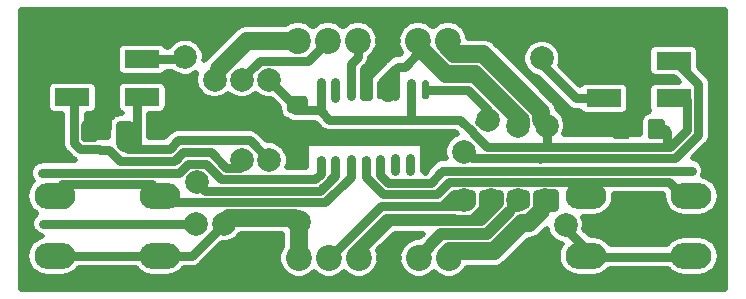
<source format=gbr>
%TF.GenerationSoftware,KiCad,Pcbnew,(5.1.6)-1*%
%TF.CreationDate,2025-01-27T19:57:42-05:00*%
%TF.ProjectId,test,74657374-2e6b-4696-9361-645f70636258,rev?*%
%TF.SameCoordinates,PX876bf80PY5f5e100*%
%TF.FileFunction,Copper,L1,Top*%
%TF.FilePolarity,Positive*%
%FSLAX46Y46*%
G04 Gerber Fmt 4.6, Leading zero omitted, Abs format (unit mm)*
G04 Created by KiCad (PCBNEW (5.1.6)-1) date 2025-01-27 19:57:42*
%MOMM*%
%LPD*%
G01*
G04 APERTURE LIST*
%TA.AperFunction,SMDPad,CuDef*%
%ADD10R,3.000000X1.500000*%
%TD*%
%TA.AperFunction,ComponentPad*%
%ADD11C,2.200000*%
%TD*%
%TA.AperFunction,ComponentPad*%
%ADD12O,3.470000X2.200000*%
%TD*%
%TA.AperFunction,ViaPad*%
%ADD13C,2.000000*%
%TD*%
%TA.AperFunction,ViaPad*%
%ADD14C,0.600000*%
%TD*%
%TA.AperFunction,Conductor*%
%ADD15C,0.800000*%
%TD*%
%TA.AperFunction,Conductor*%
%ADD16C,1.500000*%
%TD*%
%TA.AperFunction,Conductor*%
%ADD17C,2.000000*%
%TD*%
%TA.AperFunction,Conductor*%
%ADD18C,1.000000*%
%TD*%
%TA.AperFunction,Conductor*%
%ADD19C,0.400000*%
%TD*%
%TA.AperFunction,Conductor*%
%ADD20C,0.500000*%
%TD*%
G04 APERTURE END LIST*
%TO.P,C6,2*%
%TO.N,GND*%
%TA.AperFunction,SMDPad,CuDef*%
G36*
G01*
X23475000Y14025000D02*
X24725000Y14025000D01*
G75*
G02*
X24975000Y13775000I0J-250000D01*
G01*
X24975000Y12850000D01*
G75*
G02*
X24725000Y12600000I-250000J0D01*
G01*
X23475000Y12600000D01*
G75*
G02*
X23225000Y12850000I0J250000D01*
G01*
X23225000Y13775000D01*
G75*
G02*
X23475000Y14025000I250000J0D01*
G01*
G37*
%TD.AperFunction*%
%TO.P,C6,1*%
%TO.N,+5V*%
%TA.AperFunction,SMDPad,CuDef*%
G36*
G01*
X23475000Y17000000D02*
X24725000Y17000000D01*
G75*
G02*
X24975000Y16750000I0J-250000D01*
G01*
X24975000Y15825000D01*
G75*
G02*
X24725000Y15575000I-250000J0D01*
G01*
X23475000Y15575000D01*
G75*
G02*
X23225000Y15825000I0J250000D01*
G01*
X23225000Y16750000D01*
G75*
G02*
X23475000Y17000000I250000J0D01*
G01*
G37*
%TD.AperFunction*%
%TD*%
D10*
%TO.P,D3,3*%
%TO.N,GND*%
X5050000Y20100000D03*
%TO.P,D3,4*%
%TO.N,LED_DIN*%
X5050000Y16900000D03*
%TO.P,D3,2*%
%TO.N,Net-(D3-Pad2)*%
X10950000Y20100000D03*
%TO.P,D3,1*%
%TO.N,+5V*%
X10950000Y16900000D03*
%TD*%
%TO.P,D4,1*%
%TO.N,+5V*%
X55950000Y16800000D03*
%TO.P,D4,2*%
%TO.N,LED_DOUT*%
X55950000Y20000000D03*
%TO.P,D4,4*%
%TO.N,Net-(D3-Pad2)*%
X50050000Y16800000D03*
%TO.P,D4,3*%
%TO.N,GND*%
X50050000Y20000000D03*
%TD*%
D11*
%TO.P,J1,1*%
%TO.N,BTN_SENSE*%
X24150000Y21700000D03*
%TO.P,J1,2*%
%TO.N,LED_DIN*%
X26690000Y21700000D03*
%TO.P,J1,3*%
%TO.N,BTN_DIN*%
X29230000Y21700000D03*
%TO.P,J1,4*%
%TO.N,GND*%
X31770000Y21700000D03*
%TO.P,J1,5*%
%TO.N,BTN_CLK*%
X34310000Y21700000D03*
%TO.P,J1,6*%
%TO.N,+5V*%
X36850000Y21700000D03*
%TD*%
%TO.P,J2,6*%
%TO.N,+5V*%
X36950000Y3300000D03*
%TO.P,J2,5*%
%TO.N,BTN_CLK*%
X34410000Y3300000D03*
%TO.P,J2,4*%
%TO.N,GND*%
X31870000Y3300000D03*
%TO.P,J2,3*%
%TO.N,BTN_DOUT*%
X29330000Y3300000D03*
%TO.P,J2,2*%
%TO.N,LED_DOUT*%
X26790000Y3300000D03*
%TO.P,J2,1*%
%TO.N,BTN_SENSE*%
X24250000Y3300000D03*
%TD*%
%TO.P,C3,2*%
%TO.N,GND*%
%TA.AperFunction,SMDPad,CuDef*%
G36*
G01*
X7225000Y14625000D02*
X7225000Y13375000D01*
G75*
G02*
X6975000Y13125000I-250000J0D01*
G01*
X6050000Y13125000D01*
G75*
G02*
X5800000Y13375000I0J250000D01*
G01*
X5800000Y14625000D01*
G75*
G02*
X6050000Y14875000I250000J0D01*
G01*
X6975000Y14875000D01*
G75*
G02*
X7225000Y14625000I0J-250000D01*
G01*
G37*
%TD.AperFunction*%
%TO.P,C3,1*%
%TO.N,+5V*%
%TA.AperFunction,SMDPad,CuDef*%
G36*
G01*
X10200000Y14625000D02*
X10200000Y13375000D01*
G75*
G02*
X9950000Y13125000I-250000J0D01*
G01*
X9025000Y13125000D01*
G75*
G02*
X8775000Y13375000I0J250000D01*
G01*
X8775000Y14625000D01*
G75*
G02*
X9025000Y14875000I250000J0D01*
G01*
X9950000Y14875000D01*
G75*
G02*
X10200000Y14625000I0J-250000D01*
G01*
G37*
%TD.AperFunction*%
%TD*%
%TO.P,C4,2*%
%TO.N,GND*%
%TA.AperFunction,SMDPad,CuDef*%
G36*
G01*
X52225000Y14825000D02*
X52225000Y13575000D01*
G75*
G02*
X51975000Y13325000I-250000J0D01*
G01*
X51050000Y13325000D01*
G75*
G02*
X50800000Y13575000I0J250000D01*
G01*
X50800000Y14825000D01*
G75*
G02*
X51050000Y15075000I250000J0D01*
G01*
X51975000Y15075000D01*
G75*
G02*
X52225000Y14825000I0J-250000D01*
G01*
G37*
%TD.AperFunction*%
%TO.P,C4,1*%
%TO.N,+5V*%
%TA.AperFunction,SMDPad,CuDef*%
G36*
G01*
X55200000Y14825000D02*
X55200000Y13575000D01*
G75*
G02*
X54950000Y13325000I-250000J0D01*
G01*
X54025000Y13325000D01*
G75*
G02*
X53775000Y13575000I0J250000D01*
G01*
X53775000Y14825000D01*
G75*
G02*
X54025000Y15075000I250000J0D01*
G01*
X54950000Y15075000D01*
G75*
G02*
X55200000Y14825000I0J-250000D01*
G01*
G37*
%TD.AperFunction*%
%TD*%
D12*
%TO.P,SW3,2*%
%TO.N,BTN_SENSE*%
X12460000Y3460000D03*
%TO.P,SW3,1*%
%TO.N,Net-(SW3-Pad1)*%
X12460000Y8540000D03*
%TO.P,SW3,2*%
%TO.N,BTN_SENSE*%
X3540000Y3460000D03*
%TO.P,SW3,1*%
%TO.N,Net-(SW3-Pad1)*%
X3540000Y8540000D03*
%TD*%
%TO.P,SW4,1*%
%TO.N,Net-(SW4-Pad1)*%
X48540000Y8540000D03*
%TO.P,SW4,2*%
%TO.N,BTN_SENSE*%
X48540000Y3460000D03*
%TO.P,SW4,1*%
%TO.N,Net-(SW4-Pad1)*%
X57460000Y8540000D03*
%TO.P,SW4,2*%
%TO.N,BTN_SENSE*%
X57460000Y3460000D03*
%TD*%
%TO.P,U1,1*%
%TO.N,Net-(SW1-Pad1)*%
%TA.AperFunction,SMDPad,CuDef*%
G36*
G01*
X26192500Y10250000D02*
X25917500Y10250000D01*
G75*
G02*
X25780000Y10387500I0J137500D01*
G01*
X25780000Y11712500D01*
G75*
G02*
X25917500Y11850000I137500J0D01*
G01*
X26192500Y11850000D01*
G75*
G02*
X26330000Y11712500I0J-137500D01*
G01*
X26330000Y10387500D01*
G75*
G02*
X26192500Y10250000I-137500J0D01*
G01*
G37*
%TD.AperFunction*%
%TO.P,U1,2*%
%TO.N,Net-(SW2-Pad1)*%
%TA.AperFunction,SMDPad,CuDef*%
G36*
G01*
X27462500Y10250000D02*
X27187500Y10250000D01*
G75*
G02*
X27050000Y10387500I0J137500D01*
G01*
X27050000Y11712500D01*
G75*
G02*
X27187500Y11850000I137500J0D01*
G01*
X27462500Y11850000D01*
G75*
G02*
X27600000Y11712500I0J-137500D01*
G01*
X27600000Y10387500D01*
G75*
G02*
X27462500Y10250000I-137500J0D01*
G01*
G37*
%TD.AperFunction*%
%TO.P,U1,3*%
%TO.N,Net-(SW3-Pad1)*%
%TA.AperFunction,SMDPad,CuDef*%
G36*
G01*
X28732500Y10250000D02*
X28457500Y10250000D01*
G75*
G02*
X28320000Y10387500I0J137500D01*
G01*
X28320000Y11712500D01*
G75*
G02*
X28457500Y11850000I137500J0D01*
G01*
X28732500Y11850000D01*
G75*
G02*
X28870000Y11712500I0J-137500D01*
G01*
X28870000Y10387500D01*
G75*
G02*
X28732500Y10250000I-137500J0D01*
G01*
G37*
%TD.AperFunction*%
%TO.P,U1,4*%
%TO.N,Net-(SW4-Pad1)*%
%TA.AperFunction,SMDPad,CuDef*%
G36*
G01*
X30002500Y10250000D02*
X29727500Y10250000D01*
G75*
G02*
X29590000Y10387500I0J137500D01*
G01*
X29590000Y11712500D01*
G75*
G02*
X29727500Y11850000I137500J0D01*
G01*
X30002500Y11850000D01*
G75*
G02*
X30140000Y11712500I0J-137500D01*
G01*
X30140000Y10387500D01*
G75*
G02*
X30002500Y10250000I-137500J0D01*
G01*
G37*
%TD.AperFunction*%
%TO.P,U1,5*%
%TO.N,Net-(SW5-Pad1)*%
%TA.AperFunction,SMDPad,CuDef*%
G36*
G01*
X31272500Y10250000D02*
X30997500Y10250000D01*
G75*
G02*
X30860000Y10387500I0J137500D01*
G01*
X30860000Y11712500D01*
G75*
G02*
X30997500Y11850000I137500J0D01*
G01*
X31272500Y11850000D01*
G75*
G02*
X31410000Y11712500I0J-137500D01*
G01*
X31410000Y10387500D01*
G75*
G02*
X31272500Y10250000I-137500J0D01*
G01*
G37*
%TD.AperFunction*%
%TO.P,U1,6*%
%TO.N,Net-(U1-Pad6)*%
%TA.AperFunction,SMDPad,CuDef*%
G36*
G01*
X32542500Y10250000D02*
X32267500Y10250000D01*
G75*
G02*
X32130000Y10387500I0J137500D01*
G01*
X32130000Y11712500D01*
G75*
G02*
X32267500Y11850000I137500J0D01*
G01*
X32542500Y11850000D01*
G75*
G02*
X32680000Y11712500I0J-137500D01*
G01*
X32680000Y10387500D01*
G75*
G02*
X32542500Y10250000I-137500J0D01*
G01*
G37*
%TD.AperFunction*%
%TO.P,U1,7*%
%TO.N,Net-(U1-Pad7)*%
%TA.AperFunction,SMDPad,CuDef*%
G36*
G01*
X33812500Y10250000D02*
X33537500Y10250000D01*
G75*
G02*
X33400000Y10387500I0J137500D01*
G01*
X33400000Y11712500D01*
G75*
G02*
X33537500Y11850000I137500J0D01*
G01*
X33812500Y11850000D01*
G75*
G02*
X33950000Y11712500I0J-137500D01*
G01*
X33950000Y10387500D01*
G75*
G02*
X33812500Y10250000I-137500J0D01*
G01*
G37*
%TD.AperFunction*%
%TO.P,U1,8*%
%TO.N,GND*%
%TA.AperFunction,SMDPad,CuDef*%
G36*
G01*
X35082500Y10250000D02*
X34807500Y10250000D01*
G75*
G02*
X34670000Y10387500I0J137500D01*
G01*
X34670000Y11712500D01*
G75*
G02*
X34807500Y11850000I137500J0D01*
G01*
X35082500Y11850000D01*
G75*
G02*
X35220000Y11712500I0J-137500D01*
G01*
X35220000Y10387500D01*
G75*
G02*
X35082500Y10250000I-137500J0D01*
G01*
G37*
%TD.AperFunction*%
%TO.P,U1,9*%
%TO.N,BTN_DOUT*%
%TA.AperFunction,SMDPad,CuDef*%
G36*
G01*
X35082500Y16750000D02*
X34807500Y16750000D01*
G75*
G02*
X34670000Y16887500I0J137500D01*
G01*
X34670000Y18212500D01*
G75*
G02*
X34807500Y18350000I137500J0D01*
G01*
X35082500Y18350000D01*
G75*
G02*
X35220000Y18212500I0J-137500D01*
G01*
X35220000Y16887500D01*
G75*
G02*
X35082500Y16750000I-137500J0D01*
G01*
G37*
%TD.AperFunction*%
%TO.P,U1,10*%
%TO.N,+5V*%
%TA.AperFunction,SMDPad,CuDef*%
G36*
G01*
X33812500Y16750000D02*
X33537500Y16750000D01*
G75*
G02*
X33400000Y16887500I0J137500D01*
G01*
X33400000Y18212500D01*
G75*
G02*
X33537500Y18350000I137500J0D01*
G01*
X33812500Y18350000D01*
G75*
G02*
X33950000Y18212500I0J-137500D01*
G01*
X33950000Y16887500D01*
G75*
G02*
X33812500Y16750000I-137500J0D01*
G01*
G37*
%TD.AperFunction*%
%TO.P,U1,11*%
%TO.N,BTN_CLK*%
%TA.AperFunction,SMDPad,CuDef*%
G36*
G01*
X32542500Y16750000D02*
X32267500Y16750000D01*
G75*
G02*
X32130000Y16887500I0J137500D01*
G01*
X32130000Y18212500D01*
G75*
G02*
X32267500Y18350000I137500J0D01*
G01*
X32542500Y18350000D01*
G75*
G02*
X32680000Y18212500I0J-137500D01*
G01*
X32680000Y16887500D01*
G75*
G02*
X32542500Y16750000I-137500J0D01*
G01*
G37*
%TD.AperFunction*%
%TO.P,U1,12*%
%TA.AperFunction,SMDPad,CuDef*%
G36*
G01*
X31272500Y16750000D02*
X30997500Y16750000D01*
G75*
G02*
X30860000Y16887500I0J137500D01*
G01*
X30860000Y18212500D01*
G75*
G02*
X30997500Y18350000I137500J0D01*
G01*
X31272500Y18350000D01*
G75*
G02*
X31410000Y18212500I0J-137500D01*
G01*
X31410000Y16887500D01*
G75*
G02*
X31272500Y16750000I-137500J0D01*
G01*
G37*
%TD.AperFunction*%
%TO.P,U1,13*%
%TO.N,GND*%
%TA.AperFunction,SMDPad,CuDef*%
G36*
G01*
X30002500Y16750000D02*
X29727500Y16750000D01*
G75*
G02*
X29590000Y16887500I0J137500D01*
G01*
X29590000Y18212500D01*
G75*
G02*
X29727500Y18350000I137500J0D01*
G01*
X30002500Y18350000D01*
G75*
G02*
X30140000Y18212500I0J-137500D01*
G01*
X30140000Y16887500D01*
G75*
G02*
X30002500Y16750000I-137500J0D01*
G01*
G37*
%TD.AperFunction*%
%TO.P,U1,14*%
%TO.N,BTN_DIN*%
%TA.AperFunction,SMDPad,CuDef*%
G36*
G01*
X28732500Y16750000D02*
X28457500Y16750000D01*
G75*
G02*
X28320000Y16887500I0J137500D01*
G01*
X28320000Y18212500D01*
G75*
G02*
X28457500Y18350000I137500J0D01*
G01*
X28732500Y18350000D01*
G75*
G02*
X28870000Y18212500I0J-137500D01*
G01*
X28870000Y16887500D01*
G75*
G02*
X28732500Y16750000I-137500J0D01*
G01*
G37*
%TD.AperFunction*%
%TO.P,U1,15*%
%TO.N,Net-(U1-Pad15)*%
%TA.AperFunction,SMDPad,CuDef*%
G36*
G01*
X27462500Y16750000D02*
X27187500Y16750000D01*
G75*
G02*
X27050000Y16887500I0J137500D01*
G01*
X27050000Y18212500D01*
G75*
G02*
X27187500Y18350000I137500J0D01*
G01*
X27462500Y18350000D01*
G75*
G02*
X27600000Y18212500I0J-137500D01*
G01*
X27600000Y16887500D01*
G75*
G02*
X27462500Y16750000I-137500J0D01*
G01*
G37*
%TD.AperFunction*%
%TO.P,U1,16*%
%TO.N,+5V*%
%TA.AperFunction,SMDPad,CuDef*%
G36*
G01*
X26192500Y16750000D02*
X25917500Y16750000D01*
G75*
G02*
X25780000Y16887500I0J137500D01*
G01*
X25780000Y18212500D01*
G75*
G02*
X25917500Y18350000I137500J0D01*
G01*
X26192500Y18350000D01*
G75*
G02*
X26330000Y18212500I0J-137500D01*
G01*
X26330000Y16887500D01*
G75*
G02*
X26192500Y16750000I-137500J0D01*
G01*
G37*
%TD.AperFunction*%
%TD*%
D13*
%TO.N,+5V*%
X45200000Y14500000D03*
X45100000Y8200000D03*
X21700000Y11600000D03*
X21700000Y18400000D03*
%TO.N,LED_DOUT*%
X38200000Y12300000D03*
%TO.N,Net-(D3-Pad2)*%
X44800000Y20200000D03*
X14600000Y20300000D03*
%TO.N,Net-(SW2-Pad1)*%
X15600000Y9700000D03*
X15500000Y6200000D03*
D14*
%TO.N,Net-(SW5-Pad1)*%
X57500000Y10700000D03*
D13*
%TO.N,LED_DIN*%
X19400000Y18400000D03*
X19400000Y11600000D03*
%TO.N,LED_DOUT*%
X38200000Y8200000D03*
%TO.N,BTN_CLK*%
X42800000Y8200000D03*
X42800000Y14500000D03*
%TO.N,BTN_SENSE*%
X17900000Y6200000D03*
X46800000Y6100000D03*
X24200000Y6300000D03*
X17100000Y18400000D03*
%TO.N,BTN_DOUT*%
X40500000Y8200000D03*
X40200000Y15000000D03*
%TD*%
D15*
%TO.N,+5V*%
X26087500Y16687500D02*
X26100000Y16700000D01*
X23900000Y15787500D02*
X26087500Y15787500D01*
X26100000Y16700000D02*
X26100000Y18200000D01*
X26100000Y16700000D02*
X26100000Y15700000D01*
D16*
X36950000Y3400000D02*
X36950000Y3450000D01*
D15*
X48275010Y12724990D02*
X50624990Y12724990D01*
X50624990Y12724990D02*
X54424990Y12724990D01*
D17*
X36950000Y3300000D02*
X37000000Y3300000D01*
D15*
X55950000Y16800000D02*
X55950000Y16550000D01*
X55675010Y12724990D02*
X54424990Y12724990D01*
D16*
X36950000Y3300000D02*
X36950000Y3750000D01*
X36950000Y3750000D02*
X37049990Y3849990D01*
X37049990Y3849990D02*
X40716615Y3849990D01*
X40716615Y3849990D02*
X43116623Y6249999D01*
X43736001Y6249999D02*
X43116623Y6249999D01*
X44750001Y7263999D02*
X43736001Y6249999D01*
D15*
X45100000Y8400000D02*
X45449980Y8749980D01*
X45100000Y8200000D02*
X45100000Y8400000D01*
X45249980Y8800000D02*
X45800000Y8800000D01*
X45800000Y8749980D02*
X45800000Y7600000D01*
X45086002Y7600000D02*
X44750001Y7263999D01*
X45800000Y7600000D02*
X44886002Y7600000D01*
X45100000Y8200000D02*
X44500000Y8200000D01*
X44400000Y8700000D02*
X44400000Y7586002D01*
X45050020Y8749980D02*
X44400000Y8749980D01*
X45100000Y8200000D02*
X45100000Y8700000D01*
X45100000Y8700000D02*
X45050020Y8749980D01*
D16*
X36850000Y21700000D02*
X36850000Y21086620D01*
X44750001Y14949999D02*
X45200000Y14500000D01*
X44750001Y15616624D02*
X44750001Y14949999D01*
X39816615Y20550010D02*
X44750001Y15616624D01*
X36850000Y21086620D02*
X37386610Y20550010D01*
X37386610Y20550010D02*
X39816615Y20550010D01*
D15*
X40143012Y12724990D02*
X38968001Y13900001D01*
X40824990Y12724990D02*
X40143012Y12724990D01*
X40375010Y12724990D02*
X40824990Y12724990D01*
X10950000Y16900000D02*
X10950000Y16850000D01*
X10950000Y16850000D02*
X10500000Y16400000D01*
D16*
X9487500Y14000000D02*
X9487500Y13012500D01*
D15*
X45200000Y12749980D02*
X45224990Y12724990D01*
X45200000Y14500000D02*
X45200000Y12749980D01*
X40824990Y12724990D02*
X45224990Y12724990D01*
X45224990Y12724990D02*
X50624990Y12724990D01*
X38968001Y13900001D02*
X38968001Y13931999D01*
X38968001Y13931999D02*
X37900000Y15000000D01*
X26800000Y15000000D02*
X26100000Y15700000D01*
X33700000Y18100000D02*
X33700000Y15200000D01*
X37900000Y15000000D02*
X33500000Y15000000D01*
X33700000Y15200000D02*
X33500000Y15000000D01*
X33500000Y15000000D02*
X26800000Y15000000D01*
X10200000Y14000000D02*
X10500000Y13700000D01*
X9487500Y14000000D02*
X10200000Y14000000D01*
X10500000Y16400000D02*
X10500000Y13700000D01*
X10500000Y13700000D02*
X10500000Y12500000D01*
X9800000Y12500000D02*
X10500000Y12500000D01*
X9800000Y12500000D02*
X12177545Y12500000D01*
X55200000Y14200000D02*
X55400000Y14000000D01*
X54487500Y14200000D02*
X55200000Y14200000D01*
X55400000Y14000000D02*
X55400000Y12749980D01*
X12177545Y12500000D02*
X13277544Y12500000D01*
X14027565Y13250021D02*
X20049979Y13250021D01*
X20049979Y13250021D02*
X21700000Y11600000D01*
X13277544Y12500000D02*
X14027565Y13250021D01*
X23812500Y16287500D02*
X21700000Y18400000D01*
X24100000Y16287500D02*
X23812500Y16287500D01*
X55400000Y12749980D02*
X55700001Y12749980D01*
X55700001Y12749980D02*
X57049991Y14099970D01*
X57049991Y14099970D02*
X57049991Y16700000D01*
%TO.N,Net-(D3-Pad2)*%
X50050000Y16800000D02*
X47700000Y16800000D01*
X47700000Y16800000D02*
X44800000Y19700000D01*
X10950000Y20100000D02*
X13900000Y20100000D01*
X13900000Y20100000D02*
X14200000Y19800000D01*
X44800000Y19700000D02*
X44800000Y19700000D01*
X14200000Y19800000D02*
X14200000Y19800000D01*
%TO.N,Net-(SW1-Pad1)*%
X26100000Y10443517D02*
X26100000Y11600000D01*
X25606493Y9950010D02*
X26100000Y10443517D01*
X16344001Y11250001D02*
X17643992Y9950010D01*
X14855999Y11250001D02*
X16344001Y11250001D01*
X13049999Y10499980D02*
X14105978Y10499980D01*
X14105978Y10499980D02*
X14855999Y11250001D01*
X17643992Y9950010D02*
X25606493Y9950010D01*
X13049999Y10499980D02*
X2500020Y10499980D01*
%TO.N,Net-(SW2-Pad1)*%
X27325000Y10250000D02*
X26375000Y9300000D01*
X26300000Y9300000D02*
X26000000Y9000000D01*
X26375000Y9300000D02*
X26300000Y9300000D01*
X27325000Y11050000D02*
X27325000Y11575000D01*
X27325000Y11575000D02*
X27300000Y11600000D01*
X27300000Y11600000D02*
X27300000Y10300000D01*
X27300000Y10300000D02*
X26000000Y9000000D01*
X16300000Y9000000D02*
X15600000Y9700000D01*
X26000000Y9000000D02*
X16300000Y9000000D01*
X2600000Y6200000D02*
X15500000Y6200000D01*
%TO.N,Net-(SW3-Pad1)*%
X16449990Y8049990D02*
X12150010Y8049990D01*
X12150010Y8049990D02*
X11700000Y8500000D01*
X16449990Y8049990D02*
X26468507Y8049990D01*
X28600000Y10181483D02*
X28600000Y11700000D01*
X26468507Y8049990D02*
X28600000Y10181483D01*
X11810000Y8540000D02*
X11540000Y8540000D01*
X4400000Y7840009D02*
X4400000Y8300000D01*
X4400000Y8300000D02*
X4200000Y8500000D01*
X11810000Y9410000D02*
X11800000Y9420000D01*
X11810000Y8540000D02*
X11810000Y9410000D01*
X11800000Y9500000D02*
X11750030Y9549970D01*
X11800000Y9420000D02*
X11800000Y9500000D01*
X11750030Y9549970D02*
X4200000Y9549970D01*
X4200000Y9549970D02*
X4200000Y8700000D01*
X4200000Y8700000D02*
X4300000Y8600000D01*
%TO.N,Net-(SW4-Pad1)*%
X29900000Y10156483D02*
X31356502Y8699980D01*
X31356502Y8699980D02*
X35899980Y8699980D01*
X55600010Y9749990D02*
X56810000Y8540000D01*
X29900000Y11600000D02*
X29900000Y10156483D01*
X35899980Y8699980D02*
X36949990Y9749990D01*
X49190000Y9610000D02*
X49050010Y9749990D01*
X49190000Y8540000D02*
X49190000Y9610000D01*
X36949990Y9749990D02*
X49050010Y9749990D01*
X49050010Y9749990D02*
X55600010Y9749990D01*
%TO.N,Net-(SW5-Pad1)*%
X35387988Y9649990D02*
X31750010Y9649990D01*
X36268999Y10531001D02*
X35387988Y9649990D01*
X36437998Y10700000D02*
X36268999Y10531001D01*
X31750010Y9649990D02*
X31100000Y10300000D01*
X31100000Y10300000D02*
X31100000Y11700000D01*
X57500000Y10700000D02*
X36437998Y10700000D01*
%TO.N,Net-(U1-Pad6)*%
X32405000Y11050000D02*
X32405000Y11795000D01*
X32405000Y11795000D02*
X32400000Y11800000D01*
X32405000Y11050000D02*
X32405000Y10650000D01*
X32405000Y10650000D02*
X32400000Y10650000D01*
%TO.N,Net-(U1-Pad7)*%
X33675000Y11050000D02*
X33675000Y11725000D01*
X33675000Y11050000D02*
X33675000Y10650000D01*
%TO.N,Net-(U1-Pad15)*%
X27325000Y17550000D02*
X27325000Y18175000D01*
X27325000Y17550000D02*
X27325000Y16825000D01*
%TO.N,LED_DIN*%
X26690000Y21700000D02*
X26666002Y21700000D01*
X19300000Y18700000D02*
X19300000Y18700000D01*
X16758218Y12250011D02*
X18058209Y10950020D01*
X13791772Y11600000D02*
X14441782Y12250011D01*
X14441782Y12250011D02*
X16758218Y12250011D01*
X18058209Y10950020D02*
X19200000Y10950020D01*
X19200000Y11400000D02*
X19400000Y11600000D01*
X19200000Y10950020D02*
X19200000Y11400000D01*
X13855989Y11664218D02*
X14441782Y12250011D01*
X13691761Y11499990D02*
X13855989Y11664218D01*
X20899999Y19999999D02*
X19400000Y18500000D01*
X26690000Y21700000D02*
X24989999Y19999999D01*
X24989999Y19999999D02*
X20899999Y19999999D01*
X9090808Y11499990D02*
X8137490Y12453308D01*
X13691761Y11499990D02*
X9090808Y11499990D01*
X7275010Y12524990D02*
X5697912Y12524990D01*
X8137490Y12453308D02*
X7346692Y12453308D01*
X7346692Y12453308D02*
X7275010Y12524990D01*
X5199990Y13022912D02*
X5199990Y16399990D01*
X5697912Y12524990D02*
X5199990Y13022912D01*
X5199990Y16399990D02*
X5200000Y16400000D01*
%TO.N,LED_DOUT*%
X44624980Y11724980D02*
X44600010Y11700010D01*
X44724980Y11724980D02*
X44624980Y11724980D01*
X38875020Y11724980D02*
X38200000Y12400000D01*
X44724980Y11724980D02*
X38875020Y11724980D01*
X31189970Y7699970D02*
X31500030Y7699970D01*
X26790000Y3300000D02*
X31189970Y7699970D01*
X31189970Y7699970D02*
X36314197Y7699970D01*
X38200000Y8200000D02*
X38200000Y8000000D01*
X37899970Y7699970D02*
X36314197Y7699970D01*
X38200000Y8000000D02*
X37899970Y7699970D01*
X36314197Y7699970D02*
X36899990Y8285764D01*
X36899990Y8285764D02*
X37364206Y8749980D01*
X37364206Y8749980D02*
X38799991Y8749980D01*
X36314197Y7699970D02*
X38585744Y7699970D01*
X38585744Y7699970D02*
X38799991Y7914217D01*
X38799991Y7914217D02*
X38799991Y8500000D01*
X58050001Y13685754D02*
X56089227Y11724980D01*
X58050001Y18030001D02*
X58050001Y13685754D01*
X56089227Y11724980D02*
X44724980Y11724980D01*
X55950000Y20000000D02*
X56080002Y20000000D01*
X56080002Y20000000D02*
X58050001Y18030001D01*
%TO.N,BTN_DIN*%
X29230000Y21700000D02*
X29230000Y20330000D01*
X29230000Y20330000D02*
X28600000Y19700000D01*
X28600000Y19700000D02*
X28600000Y17000000D01*
D18*
%TO.N,BTN_CLK*%
X34310000Y21700000D02*
X34310000Y21575998D01*
X36285998Y5300000D02*
X40116002Y5300000D01*
X34400000Y3414002D02*
X36285998Y5300000D01*
X34400000Y3400000D02*
X34400000Y3414002D01*
D15*
X42200009Y7384007D02*
X42008001Y7191999D01*
D18*
X40116002Y5300000D02*
X42008001Y7191999D01*
D15*
X42800000Y8600000D02*
X42949980Y8749980D01*
X42800000Y8200000D02*
X42800000Y8600000D01*
X42800000Y8600000D02*
X42650020Y8749980D01*
X42650020Y8749980D02*
X42200009Y8749980D01*
X42200009Y8749980D02*
X42200009Y7700000D01*
X43249980Y8749980D02*
X43399991Y8749980D01*
X43399991Y8749980D02*
X43399991Y7900000D01*
X42800000Y8200000D02*
X42800000Y8300000D01*
X42800000Y8300000D02*
X43249980Y8749980D01*
X34310000Y21700000D02*
X34310000Y20610000D01*
X34310000Y20610000D02*
X33200000Y19500000D01*
X33200000Y19500000D02*
X32600000Y19500000D01*
D19*
X32405000Y17550000D02*
X31650000Y17550000D01*
X31135000Y17550000D02*
X31650000Y17550000D01*
X31650000Y17550000D02*
X32250000Y17550000D01*
D16*
X34310000Y21222443D02*
X36682443Y18850000D01*
X34310000Y21700000D02*
X34310000Y21222443D01*
X43000000Y14800000D02*
X43000000Y14962449D01*
X42800000Y14500000D02*
X42800000Y14600000D01*
X42800000Y14600000D02*
X43000000Y14800000D01*
X43000000Y14962449D02*
X39112449Y18850000D01*
X39112449Y18850000D02*
X36682443Y18850000D01*
X31800000Y17900000D02*
X31800000Y17300000D01*
D15*
X31800000Y17900000D02*
X31800000Y17100000D01*
X31800000Y18700000D02*
X31800000Y17900000D01*
X31800000Y18700000D02*
X31300000Y18200000D01*
X32405000Y17550000D02*
X32405000Y19095000D01*
X32600000Y19500000D02*
X32300000Y19200000D01*
X32405000Y19095000D02*
X32300000Y19200000D01*
X32300000Y19200000D02*
X31800000Y18700000D01*
X32405000Y17550000D02*
X32405000Y16995000D01*
%TO.N,BTN_SENSE*%
X4100000Y3400000D02*
X4300000Y3200000D01*
X56900000Y3400000D02*
X50200000Y3400000D01*
X50200000Y3400000D02*
X49100000Y3400000D01*
X4085774Y3300000D02*
X4100000Y3300000D01*
X11810000Y3460000D02*
X4260000Y3460000D01*
X49190000Y3460000D02*
X47200000Y5450000D01*
X47200000Y5450000D02*
X47200000Y6300000D01*
X47200000Y6300000D02*
X47200000Y6300000D01*
X24150000Y21700000D02*
X23900000Y21700000D01*
D18*
X24250000Y6250000D02*
X24200000Y6300000D01*
D15*
X24150000Y21700000D02*
X24150000Y21250000D01*
X24150000Y21250000D02*
X23900009Y21000009D01*
D16*
X19813998Y21700000D02*
X17449999Y19336001D01*
X24150000Y21700000D02*
X19813998Y21700000D01*
X17900000Y6300000D02*
X18299980Y6699980D01*
X17900000Y6200000D02*
X17900000Y6300000D01*
X23800020Y6699980D02*
X24200000Y6300000D01*
X18299980Y6699980D02*
X23800020Y6699980D01*
X24200000Y6300000D02*
X24200000Y3300000D01*
D15*
X15160000Y3460000D02*
X14740000Y3460000D01*
X17900000Y6200000D02*
X15160000Y3460000D01*
X11810000Y3460000D02*
X14740000Y3460000D01*
%TO.N,BTN_DOUT*%
X40500000Y8200000D02*
X40500000Y7239646D01*
X39660364Y6400010D02*
X31900010Y6400010D01*
X40500000Y7239646D02*
X39660364Y6400010D01*
X31900010Y6400010D02*
X29500000Y4000000D01*
X29330000Y3470000D02*
X29330000Y3300000D01*
X39800001Y8749980D02*
X39800001Y7500001D01*
X40250020Y8749980D02*
X39800001Y8749980D01*
X37332038Y6699960D02*
X31604186Y6699960D01*
X40500000Y8500000D02*
X40250020Y8749980D01*
X40500000Y8200000D02*
X40500000Y8500000D01*
X37431999Y6599999D02*
X37332038Y6699960D01*
X38899999Y6599999D02*
X37431999Y6599999D01*
X31604186Y6699960D02*
X28900000Y3995774D01*
X39800001Y7500001D02*
X38899999Y6599999D01*
X28900000Y3995774D02*
X28900000Y3900000D01*
X28900000Y3900000D02*
X29330000Y3470000D01*
X40500000Y8600000D02*
X40649980Y8749980D01*
X40500000Y8200000D02*
X40500000Y8600000D01*
X40649980Y8749980D02*
X41199999Y8749980D01*
X41199999Y8749980D02*
X41199999Y7939645D01*
X41199999Y7939645D02*
X40330177Y7069823D01*
X39900000Y14800000D02*
X40500000Y14800000D01*
X40500000Y14800000D02*
X39514227Y14800000D01*
X35095000Y17500000D02*
X35900000Y17500000D01*
X36123251Y17499990D02*
X38553257Y17499990D01*
X40200000Y15853247D02*
X40200000Y15000000D01*
X38553257Y17499990D02*
X40200000Y15853247D01*
%TD*%
D20*
%TO.N,GND*%
G36*
X60325000Y675000D02*
G01*
X675000Y675000D01*
X675000Y8540000D01*
X1146533Y8540000D01*
X1180321Y8196940D01*
X1280388Y7867064D01*
X1442888Y7563048D01*
X1661576Y7296576D01*
X1928048Y7077888D01*
X1980454Y7049877D01*
X1853946Y6946054D01*
X1722733Y6786171D01*
X1625233Y6603762D01*
X1565193Y6405836D01*
X1544920Y6200000D01*
X1565193Y5994164D01*
X1625233Y5796238D01*
X1722733Y5613829D01*
X1853946Y5453946D01*
X2013829Y5322733D01*
X2196238Y5225233D01*
X2394164Y5165193D01*
X2472326Y5157495D01*
X2232064Y5084612D01*
X1928048Y4922112D01*
X1661576Y4703424D01*
X1442888Y4436952D01*
X1280388Y4132936D01*
X1180321Y3803060D01*
X1146533Y3460000D01*
X1180321Y3116940D01*
X1280388Y2787064D01*
X1442888Y2483048D01*
X1661576Y2216576D01*
X1928048Y1997888D01*
X2232064Y1835388D01*
X2561940Y1735321D01*
X2819032Y1710000D01*
X4260968Y1710000D01*
X4518060Y1735321D01*
X4847936Y1835388D01*
X5151952Y1997888D01*
X5418424Y2216576D01*
X5577163Y2410000D01*
X10422837Y2410000D01*
X10581576Y2216576D01*
X10848048Y1997888D01*
X11152064Y1835388D01*
X11481940Y1735321D01*
X11739032Y1710000D01*
X13180968Y1710000D01*
X13438060Y1735321D01*
X13767936Y1835388D01*
X14071952Y1997888D01*
X14338424Y2216576D01*
X14497163Y2410000D01*
X15108432Y2410000D01*
X15160000Y2404921D01*
X15211568Y2410000D01*
X15211578Y2410000D01*
X15365836Y2425193D01*
X15563762Y2485233D01*
X15746171Y2582733D01*
X15906054Y2713946D01*
X15938937Y2754014D01*
X17735350Y4550426D01*
X17737489Y4550000D01*
X18062511Y4550000D01*
X18381287Y4613408D01*
X18681568Y4737789D01*
X18951814Y4918361D01*
X19181639Y5148186D01*
X19283064Y5299980D01*
X22800000Y5299980D01*
X22800001Y4279840D01*
X22699170Y4128936D01*
X22567251Y3810456D01*
X22500000Y3472360D01*
X22500000Y3127640D01*
X22567251Y2789544D01*
X22699170Y2471064D01*
X22890686Y2184440D01*
X23134440Y1940686D01*
X23421064Y1749170D01*
X23739544Y1617251D01*
X24077640Y1550000D01*
X24422360Y1550000D01*
X24760456Y1617251D01*
X25078936Y1749170D01*
X25365560Y1940686D01*
X25520000Y2095126D01*
X25674440Y1940686D01*
X25961064Y1749170D01*
X26279544Y1617251D01*
X26617640Y1550000D01*
X26962360Y1550000D01*
X27300456Y1617251D01*
X27618936Y1749170D01*
X27905560Y1940686D01*
X28060000Y2095126D01*
X28214440Y1940686D01*
X28501064Y1749170D01*
X28819544Y1617251D01*
X29157640Y1550000D01*
X29502360Y1550000D01*
X29840456Y1617251D01*
X30158936Y1749170D01*
X30445560Y1940686D01*
X30689314Y2184440D01*
X30880830Y2471064D01*
X31012749Y2789544D01*
X31080000Y3127640D01*
X31080000Y3472360D01*
X31012749Y3810456D01*
X30949083Y3964159D01*
X32334934Y5350010D01*
X34709663Y5350010D01*
X34409654Y5050000D01*
X34237640Y5050000D01*
X33899544Y4982749D01*
X33581064Y4850830D01*
X33294440Y4659314D01*
X33050686Y4415560D01*
X32859170Y4128936D01*
X32727251Y3810456D01*
X32660000Y3472360D01*
X32660000Y3127640D01*
X32727251Y2789544D01*
X32859170Y2471064D01*
X33050686Y2184440D01*
X33294440Y1940686D01*
X33581064Y1749170D01*
X33899544Y1617251D01*
X34237640Y1550000D01*
X34582360Y1550000D01*
X34920456Y1617251D01*
X35238936Y1749170D01*
X35525560Y1940686D01*
X35680000Y2095126D01*
X35834440Y1940686D01*
X36121064Y1749170D01*
X36439544Y1617251D01*
X36777640Y1550000D01*
X37122360Y1550000D01*
X37460456Y1617251D01*
X37778936Y1749170D01*
X38065560Y1940686D01*
X38309314Y2184440D01*
X38486749Y2449990D01*
X40647846Y2449990D01*
X40716615Y2443217D01*
X40785384Y2449990D01*
X40785392Y2449990D01*
X40991063Y2470247D01*
X41254964Y2550300D01*
X41498177Y2680300D01*
X41711354Y2855251D01*
X41755199Y2908676D01*
X43693896Y4847373D01*
X43736001Y4843226D01*
X43804770Y4849999D01*
X43804778Y4849999D01*
X44010449Y4870256D01*
X44274350Y4950309D01*
X44517563Y5080309D01*
X44730740Y5255260D01*
X44774585Y5308685D01*
X45192040Y5726139D01*
X45213408Y5618713D01*
X45337789Y5318432D01*
X45518361Y5048186D01*
X45748186Y4818361D01*
X46018432Y4637789D01*
X46318713Y4513408D01*
X46479403Y4481445D01*
X46442888Y4436952D01*
X46280388Y4132936D01*
X46180321Y3803060D01*
X46146533Y3460000D01*
X46180321Y3116940D01*
X46280388Y2787064D01*
X46442888Y2483048D01*
X46661576Y2216576D01*
X46928048Y1997888D01*
X47232064Y1835388D01*
X47561940Y1735321D01*
X47819032Y1710000D01*
X49260968Y1710000D01*
X49518060Y1735321D01*
X49847936Y1835388D01*
X50151952Y1997888D01*
X50418424Y2216576D01*
X50527922Y2350000D01*
X55472078Y2350000D01*
X55581576Y2216576D01*
X55848048Y1997888D01*
X56152064Y1835388D01*
X56481940Y1735321D01*
X56739032Y1710000D01*
X58180968Y1710000D01*
X58438060Y1735321D01*
X58767936Y1835388D01*
X59071952Y1997888D01*
X59338424Y2216576D01*
X59557112Y2483048D01*
X59719612Y2787064D01*
X59819679Y3116940D01*
X59853467Y3460000D01*
X59819679Y3803060D01*
X59719612Y4132936D01*
X59557112Y4436952D01*
X59338424Y4703424D01*
X59071952Y4922112D01*
X58767936Y5084612D01*
X58438060Y5184679D01*
X58180968Y5210000D01*
X56739032Y5210000D01*
X56481940Y5184679D01*
X56152064Y5084612D01*
X55848048Y4922112D01*
X55581576Y4703424D01*
X55373596Y4450000D01*
X50626404Y4450000D01*
X50418424Y4703424D01*
X50151952Y4922112D01*
X49847936Y5084612D01*
X49518060Y5184679D01*
X49260968Y5210000D01*
X48924923Y5210000D01*
X48408097Y5726826D01*
X48450000Y5937489D01*
X48450000Y6262511D01*
X48386592Y6581287D01*
X48300140Y6790000D01*
X49260968Y6790000D01*
X49518060Y6815321D01*
X49847936Y6915388D01*
X50151952Y7077888D01*
X50418424Y7296576D01*
X50637112Y7563048D01*
X50799612Y7867064D01*
X50899679Y8196940D01*
X50933467Y8540000D01*
X50917710Y8699990D01*
X55082290Y8699990D01*
X55066533Y8540000D01*
X55100321Y8196940D01*
X55200388Y7867064D01*
X55362888Y7563048D01*
X55581576Y7296576D01*
X55848048Y7077888D01*
X56152064Y6915388D01*
X56481940Y6815321D01*
X56739032Y6790000D01*
X58180968Y6790000D01*
X58438060Y6815321D01*
X58767936Y6915388D01*
X59071952Y7077888D01*
X59338424Y7296576D01*
X59557112Y7563048D01*
X59719612Y7867064D01*
X59819679Y8196940D01*
X59853467Y8540000D01*
X59819679Y8883060D01*
X59719612Y9212936D01*
X59557112Y9516952D01*
X59338424Y9783424D01*
X59071952Y10002112D01*
X58767936Y10164612D01*
X58455130Y10259501D01*
X58474767Y10296238D01*
X58534807Y10494164D01*
X58555080Y10700000D01*
X58534807Y10905836D01*
X58474767Y11103762D01*
X58377267Y11286171D01*
X58246054Y11446054D01*
X58086171Y11577267D01*
X57903762Y11674767D01*
X57705836Y11734807D01*
X57594904Y11745733D01*
X58755997Y12906825D01*
X58796055Y12939700D01*
X58828929Y12979757D01*
X58828934Y12979762D01*
X58927267Y13099582D01*
X58933457Y13111161D01*
X59024768Y13281992D01*
X59084808Y13479918D01*
X59100001Y13634176D01*
X59100001Y13634185D01*
X59105080Y13685753D01*
X59100001Y13737321D01*
X59100001Y17978434D01*
X59105080Y18030002D01*
X59100001Y18081570D01*
X59100001Y18081579D01*
X59084808Y18235837D01*
X59024768Y18433763D01*
X58927268Y18616172D01*
X58902744Y18646054D01*
X58828934Y18735993D01*
X58828929Y18735998D01*
X58796055Y18776055D01*
X58755997Y18808930D01*
X58103145Y19461781D01*
X58103145Y20750000D01*
X58090595Y20877422D01*
X58053427Y20999948D01*
X57993070Y21112868D01*
X57911843Y21211843D01*
X57812868Y21293070D01*
X57699948Y21353427D01*
X57577422Y21390595D01*
X57450000Y21403145D01*
X54450000Y21403145D01*
X54322578Y21390595D01*
X54200052Y21353427D01*
X54087132Y21293070D01*
X53988157Y21211843D01*
X53906930Y21112868D01*
X53846573Y20999948D01*
X53809405Y20877422D01*
X53796855Y20750000D01*
X53796855Y19250000D01*
X53809405Y19122578D01*
X53846573Y19000052D01*
X53906930Y18887132D01*
X53988157Y18788157D01*
X54087132Y18706930D01*
X54200052Y18646573D01*
X54322578Y18609405D01*
X54450000Y18596855D01*
X55998223Y18596855D01*
X56391933Y18203145D01*
X54450000Y18203145D01*
X54322578Y18190595D01*
X54200052Y18153427D01*
X54087132Y18093070D01*
X53988157Y18011843D01*
X53906930Y17912868D01*
X53846573Y17799948D01*
X53809405Y17677422D01*
X53796855Y17550000D01*
X53796855Y16050000D01*
X53809405Y15922578D01*
X53846573Y15800052D01*
X53892009Y15715046D01*
X53848805Y15710791D01*
X53679381Y15659397D01*
X53523240Y15575938D01*
X53386380Y15463620D01*
X53274062Y15326760D01*
X53190603Y15170619D01*
X53139209Y15001195D01*
X53121855Y14825000D01*
X53121855Y13774990D01*
X46685638Y13774990D01*
X46786592Y14018713D01*
X46850000Y14337489D01*
X46850000Y14662511D01*
X46786592Y14981287D01*
X46662211Y15281568D01*
X46481639Y15551814D01*
X46251814Y15781639D01*
X46132682Y15861240D01*
X46129744Y15891072D01*
X46125573Y15904824D01*
X46094646Y16006774D01*
X46049691Y16154973D01*
X45919691Y16398186D01*
X45851181Y16481665D01*
X45788582Y16557942D01*
X45788577Y16557947D01*
X45744739Y16611363D01*
X45691325Y16655199D01*
X41984013Y20362511D01*
X43150000Y20362511D01*
X43150000Y20037489D01*
X43213408Y19718713D01*
X43337789Y19418432D01*
X43518361Y19148186D01*
X43748186Y18918361D01*
X44018432Y18737789D01*
X44318713Y18613408D01*
X44422267Y18592810D01*
X46921072Y16094003D01*
X46953946Y16053946D01*
X46994003Y16021072D01*
X46994008Y16021067D01*
X47085412Y15946054D01*
X47113829Y15922733D01*
X47296238Y15825233D01*
X47494164Y15765193D01*
X47648422Y15750000D01*
X47648431Y15750000D01*
X47699999Y15744921D01*
X47751567Y15750000D01*
X47973326Y15750000D01*
X48006930Y15687132D01*
X48088157Y15588157D01*
X48187132Y15506930D01*
X48300052Y15446573D01*
X48422578Y15409405D01*
X48550000Y15396855D01*
X51550000Y15396855D01*
X51677422Y15409405D01*
X51799948Y15446573D01*
X51912868Y15506930D01*
X52011843Y15588157D01*
X52093070Y15687132D01*
X52153427Y15800052D01*
X52190595Y15922578D01*
X52203145Y16050000D01*
X52203145Y17550000D01*
X52190595Y17677422D01*
X52153427Y17799948D01*
X52093070Y17912868D01*
X52011843Y18011843D01*
X51912868Y18093070D01*
X51799948Y18153427D01*
X51677422Y18190595D01*
X51550000Y18203145D01*
X48550000Y18203145D01*
X48422578Y18190595D01*
X48300052Y18153427D01*
X48187132Y18093070D01*
X48088157Y18011843D01*
X48036286Y17948638D01*
X46351333Y19633591D01*
X46386592Y19718713D01*
X46450000Y20037489D01*
X46450000Y20362511D01*
X46386592Y20681287D01*
X46262211Y20981568D01*
X46081639Y21251814D01*
X45851814Y21481639D01*
X45581568Y21662211D01*
X45281287Y21786592D01*
X44962511Y21850000D01*
X44637489Y21850000D01*
X44318713Y21786592D01*
X44018432Y21662211D01*
X43748186Y21481639D01*
X43518361Y21251814D01*
X43337789Y20981568D01*
X43213408Y20681287D01*
X43150000Y20362511D01*
X41984013Y20362511D01*
X40855197Y21491326D01*
X40811354Y21544749D01*
X40598177Y21719700D01*
X40354964Y21849700D01*
X40091063Y21929753D01*
X39885392Y21950010D01*
X39885384Y21950010D01*
X39816615Y21956783D01*
X39747846Y21950010D01*
X38584555Y21950010D01*
X38532749Y22210456D01*
X38400830Y22528936D01*
X38209314Y22815560D01*
X37965560Y23059314D01*
X37678936Y23250830D01*
X37360456Y23382749D01*
X37022360Y23450000D01*
X36677640Y23450000D01*
X36339544Y23382749D01*
X36021064Y23250830D01*
X35734440Y23059314D01*
X35580000Y22904874D01*
X35425560Y23059314D01*
X35138936Y23250830D01*
X34820456Y23382749D01*
X34482360Y23450000D01*
X34137640Y23450000D01*
X33799544Y23382749D01*
X33481064Y23250830D01*
X33194440Y23059314D01*
X32950686Y22815560D01*
X32759170Y22528936D01*
X32627251Y22210456D01*
X32560000Y21872360D01*
X32560000Y21527640D01*
X32627251Y21189544D01*
X32759170Y20871064D01*
X32890136Y20675060D01*
X32765076Y20550000D01*
X32651567Y20550000D01*
X32599999Y20555079D01*
X32548431Y20550000D01*
X32548422Y20550000D01*
X32394164Y20534807D01*
X32196238Y20474767D01*
X32013829Y20377267D01*
X31853946Y20246054D01*
X31821066Y20205990D01*
X31594013Y19978936D01*
X31553946Y19946054D01*
X31521063Y19905986D01*
X31094014Y19478937D01*
X31053946Y19446054D01*
X31021063Y19405986D01*
X30521067Y18905990D01*
X30422733Y18786171D01*
X30371033Y18689447D01*
X30340103Y18651759D01*
X30267039Y18515067D01*
X30222047Y18366747D01*
X30206855Y18212500D01*
X30206855Y16887500D01*
X30210548Y16850000D01*
X29640306Y16850000D01*
X29650000Y16948422D01*
X29650000Y19265077D01*
X29935986Y19551063D01*
X29976054Y19583946D01*
X30107267Y19743829D01*
X30204767Y19926238D01*
X30264807Y20124164D01*
X30280000Y20278422D01*
X30281946Y20298181D01*
X30345560Y20340686D01*
X30589314Y20584440D01*
X30780830Y20871064D01*
X30912749Y21189544D01*
X30980000Y21527640D01*
X30980000Y21872360D01*
X30912749Y22210456D01*
X30780830Y22528936D01*
X30589314Y22815560D01*
X30345560Y23059314D01*
X30058936Y23250830D01*
X29740456Y23382749D01*
X29402360Y23450000D01*
X29057640Y23450000D01*
X28719544Y23382749D01*
X28401064Y23250830D01*
X28114440Y23059314D01*
X27960000Y22904874D01*
X27805560Y23059314D01*
X27518936Y23250830D01*
X27200456Y23382749D01*
X26862360Y23450000D01*
X26517640Y23450000D01*
X26179544Y23382749D01*
X25861064Y23250830D01*
X25574440Y23059314D01*
X25420000Y22904874D01*
X25265560Y23059314D01*
X24978936Y23250830D01*
X24660456Y23382749D01*
X24322360Y23450000D01*
X23977640Y23450000D01*
X23639544Y23382749D01*
X23321064Y23250830D01*
X23095331Y23100000D01*
X19882766Y23100000D01*
X19813997Y23106773D01*
X19745228Y23100000D01*
X19745221Y23100000D01*
X19566536Y23082401D01*
X19539549Y23079743D01*
X19472204Y23059314D01*
X19275649Y22999690D01*
X19032436Y22869690D01*
X18819259Y22694739D01*
X18775418Y22641319D01*
X16411417Y20277317D01*
X16280310Y20117562D01*
X16225722Y20015436D01*
X16250000Y20137489D01*
X16250000Y20462511D01*
X16186592Y20781287D01*
X16062211Y21081568D01*
X15881639Y21351814D01*
X15651814Y21581639D01*
X15381568Y21762211D01*
X15081287Y21886592D01*
X14762511Y21950000D01*
X14437489Y21950000D01*
X14118713Y21886592D01*
X13818432Y21762211D01*
X13548186Y21581639D01*
X13318361Y21351814D01*
X13183514Y21150000D01*
X13026674Y21150000D01*
X12993070Y21212868D01*
X12911843Y21311843D01*
X12812868Y21393070D01*
X12699948Y21453427D01*
X12577422Y21490595D01*
X12450000Y21503145D01*
X9450000Y21503145D01*
X9322578Y21490595D01*
X9200052Y21453427D01*
X9087132Y21393070D01*
X8988157Y21311843D01*
X8906930Y21212868D01*
X8846573Y21099948D01*
X8809405Y20977422D01*
X8796855Y20850000D01*
X8796855Y19350000D01*
X8809405Y19222578D01*
X8846573Y19100052D01*
X8906930Y18987132D01*
X8988157Y18888157D01*
X9087132Y18806930D01*
X9200052Y18746573D01*
X9322578Y18709405D01*
X9450000Y18696855D01*
X12450000Y18696855D01*
X12577422Y18709405D01*
X12699948Y18746573D01*
X12812868Y18806930D01*
X12911843Y18888157D01*
X12993070Y18987132D01*
X13026674Y19050000D01*
X13458754Y19050000D01*
X13494009Y19021067D01*
X13562093Y18965192D01*
X13613829Y18922733D01*
X13796238Y18825233D01*
X13992406Y18765726D01*
X14118713Y18713408D01*
X14437489Y18650000D01*
X14762511Y18650000D01*
X15081287Y18713408D01*
X15381568Y18837789D01*
X15538948Y18942947D01*
X15513408Y18881287D01*
X15450000Y18562511D01*
X15450000Y18237489D01*
X15513408Y17918713D01*
X15637789Y17618432D01*
X15818361Y17348186D01*
X16048186Y17118361D01*
X16318432Y16937789D01*
X16618713Y16813408D01*
X16937489Y16750000D01*
X17262511Y16750000D01*
X17581287Y16813408D01*
X17881568Y16937789D01*
X18151814Y17118361D01*
X18250000Y17216547D01*
X18348186Y17118361D01*
X18618432Y16937789D01*
X18918713Y16813408D01*
X19237489Y16750000D01*
X19562511Y16750000D01*
X19881287Y16813408D01*
X20181568Y16937789D01*
X20451814Y17118361D01*
X20550000Y17216547D01*
X20648186Y17118361D01*
X20918432Y16937789D01*
X21218713Y16813408D01*
X21537489Y16750000D01*
X21862511Y16750000D01*
X21864651Y16750426D01*
X22571855Y16043220D01*
X22571855Y15825000D01*
X22589209Y15648805D01*
X22640603Y15479381D01*
X22724062Y15323240D01*
X22836380Y15186380D01*
X22973240Y15074062D01*
X23129381Y14990603D01*
X23266628Y14948970D01*
X23313829Y14910233D01*
X23496238Y14812733D01*
X23694164Y14752693D01*
X23848422Y14737500D01*
X25577577Y14737500D01*
X26021063Y14294014D01*
X26053946Y14253946D01*
X26213829Y14122733D01*
X26396238Y14025233D01*
X26594164Y13965193D01*
X26748422Y13950000D01*
X26748431Y13950000D01*
X26799999Y13944921D01*
X26851567Y13950000D01*
X33448432Y13950000D01*
X33500000Y13944921D01*
X33551568Y13950000D01*
X37465077Y13950000D01*
X37584201Y13830875D01*
X37418432Y13762211D01*
X37148186Y13581639D01*
X36918361Y13351814D01*
X36737789Y13081568D01*
X36613408Y12781287D01*
X36550000Y12462511D01*
X36550000Y12137489D01*
X36613408Y11818713D01*
X36641870Y11750000D01*
X36489569Y11750000D01*
X36437998Y11755079D01*
X36386428Y11750000D01*
X36386420Y11750000D01*
X36232162Y11734807D01*
X36034236Y11674767D01*
X35851827Y11577267D01*
X35691944Y11446054D01*
X35659061Y11405986D01*
X35563014Y11309939D01*
X35563008Y11309934D01*
X34953065Y10699990D01*
X34750000Y10699990D01*
X34750000Y12800000D01*
X34745196Y12848773D01*
X34730970Y12895671D01*
X34707867Y12938893D01*
X34676777Y12976777D01*
X34638893Y13007867D01*
X34595671Y13030970D01*
X34548773Y13045196D01*
X34500000Y13050000D01*
X25100000Y13050000D01*
X25051227Y13045196D01*
X25004329Y13030970D01*
X24961107Y13007867D01*
X24923223Y12976777D01*
X24892133Y12938893D01*
X24869030Y12895671D01*
X24854804Y12848773D01*
X24850000Y12800000D01*
X24850000Y11000010D01*
X23237423Y11000010D01*
X23286592Y11118713D01*
X23350000Y11437489D01*
X23350000Y11762511D01*
X23286592Y12081287D01*
X23162211Y12381568D01*
X22981639Y12651814D01*
X22751814Y12881639D01*
X22481568Y13062211D01*
X22181287Y13186592D01*
X21862511Y13250000D01*
X21537489Y13250000D01*
X21535349Y13249574D01*
X20828916Y13956007D01*
X20796033Y13996075D01*
X20636150Y14127288D01*
X20453741Y14224788D01*
X20255815Y14284828D01*
X20101557Y14300021D01*
X20101547Y14300021D01*
X20049979Y14305100D01*
X19998411Y14300021D01*
X14079136Y14300021D01*
X14027565Y14305100D01*
X13975994Y14300021D01*
X13975987Y14300021D01*
X13821729Y14284828D01*
X13623803Y14224788D01*
X13441394Y14127288D01*
X13281511Y13996075D01*
X13248632Y13956012D01*
X12842621Y13550000D01*
X11550000Y13550000D01*
X11550000Y13648433D01*
X11555079Y13700001D01*
X11550000Y13751569D01*
X11550000Y15496855D01*
X12450000Y15496855D01*
X12577422Y15509405D01*
X12699948Y15546573D01*
X12812868Y15606930D01*
X12911843Y15688157D01*
X12993070Y15787132D01*
X13053427Y15900052D01*
X13090595Y16022578D01*
X13103145Y16150000D01*
X13103145Y17650000D01*
X13090595Y17777422D01*
X13053427Y17899948D01*
X12993070Y18012868D01*
X12911843Y18111843D01*
X12812868Y18193070D01*
X12699948Y18253427D01*
X12577422Y18290595D01*
X12450000Y18303145D01*
X9450000Y18303145D01*
X9322578Y18290595D01*
X9200052Y18253427D01*
X9087132Y18193070D01*
X8988157Y18111843D01*
X8906930Y18012868D01*
X8846573Y17899948D01*
X8809405Y17777422D01*
X8796855Y17650000D01*
X8796855Y16150000D01*
X8809405Y16022578D01*
X8846573Y15900052D01*
X8906930Y15787132D01*
X8988157Y15688157D01*
X9087132Y15606930D01*
X9200052Y15546573D01*
X9260801Y15528145D01*
X9025000Y15528145D01*
X8848805Y15510791D01*
X8679381Y15459397D01*
X8523240Y15375938D01*
X8386380Y15263620D01*
X8274062Y15126760D01*
X8190603Y14970619D01*
X8139209Y14801195D01*
X8121855Y14625000D01*
X8121855Y14320922D01*
X8107757Y14274447D01*
X8087500Y14068776D01*
X8087500Y13503463D01*
X8085922Y13503308D01*
X7667066Y13503308D01*
X7480846Y13559797D01*
X7326588Y13574990D01*
X7326578Y13574990D01*
X7275010Y13580069D01*
X7223442Y13574990D01*
X6249990Y13574990D01*
X6249990Y15496855D01*
X6550000Y15496855D01*
X6677422Y15509405D01*
X6799948Y15546573D01*
X6912868Y15606930D01*
X7011843Y15688157D01*
X7093070Y15787132D01*
X7153427Y15900052D01*
X7190595Y16022578D01*
X7203145Y16150000D01*
X7203145Y17650000D01*
X7190595Y17777422D01*
X7153427Y17899948D01*
X7093070Y18012868D01*
X7011843Y18111843D01*
X6912868Y18193070D01*
X6799948Y18253427D01*
X6677422Y18290595D01*
X6550000Y18303145D01*
X3550000Y18303145D01*
X3422578Y18290595D01*
X3300052Y18253427D01*
X3187132Y18193070D01*
X3088157Y18111843D01*
X3006930Y18012868D01*
X2946573Y17899948D01*
X2909405Y17777422D01*
X2896855Y17650000D01*
X2896855Y16150000D01*
X2909405Y16022578D01*
X2946573Y15900052D01*
X3006930Y15787132D01*
X3088157Y15688157D01*
X3187132Y15606930D01*
X3300052Y15546573D01*
X3422578Y15509405D01*
X3550000Y15496855D01*
X4149991Y15496855D01*
X4149990Y13074480D01*
X4144911Y13022912D01*
X4149990Y12971344D01*
X4149990Y12971335D01*
X4165183Y12817077D01*
X4225223Y12619151D01*
X4322723Y12436741D01*
X4453936Y12276858D01*
X4494004Y12243975D01*
X4918975Y11819004D01*
X4951858Y11778936D01*
X5111741Y11647723D01*
X5294150Y11550223D01*
X5294951Y11549980D01*
X2448442Y11549980D01*
X2294184Y11534787D01*
X2096258Y11474747D01*
X1913849Y11377247D01*
X1753966Y11246034D01*
X1622753Y11086151D01*
X1525253Y10903742D01*
X1465213Y10705816D01*
X1444940Y10499980D01*
X1465213Y10294144D01*
X1525253Y10096218D01*
X1622753Y9913809D01*
X1702317Y9816860D01*
X1661576Y9783424D01*
X1442888Y9516952D01*
X1280388Y9212936D01*
X1180321Y8883060D01*
X1146533Y8540000D01*
X675000Y8540000D01*
X675000Y24325000D01*
X60325001Y24325000D01*
X60325000Y675000D01*
G37*
X60325000Y675000D02*
X675000Y675000D01*
X675000Y8540000D01*
X1146533Y8540000D01*
X1180321Y8196940D01*
X1280388Y7867064D01*
X1442888Y7563048D01*
X1661576Y7296576D01*
X1928048Y7077888D01*
X1980454Y7049877D01*
X1853946Y6946054D01*
X1722733Y6786171D01*
X1625233Y6603762D01*
X1565193Y6405836D01*
X1544920Y6200000D01*
X1565193Y5994164D01*
X1625233Y5796238D01*
X1722733Y5613829D01*
X1853946Y5453946D01*
X2013829Y5322733D01*
X2196238Y5225233D01*
X2394164Y5165193D01*
X2472326Y5157495D01*
X2232064Y5084612D01*
X1928048Y4922112D01*
X1661576Y4703424D01*
X1442888Y4436952D01*
X1280388Y4132936D01*
X1180321Y3803060D01*
X1146533Y3460000D01*
X1180321Y3116940D01*
X1280388Y2787064D01*
X1442888Y2483048D01*
X1661576Y2216576D01*
X1928048Y1997888D01*
X2232064Y1835388D01*
X2561940Y1735321D01*
X2819032Y1710000D01*
X4260968Y1710000D01*
X4518060Y1735321D01*
X4847936Y1835388D01*
X5151952Y1997888D01*
X5418424Y2216576D01*
X5577163Y2410000D01*
X10422837Y2410000D01*
X10581576Y2216576D01*
X10848048Y1997888D01*
X11152064Y1835388D01*
X11481940Y1735321D01*
X11739032Y1710000D01*
X13180968Y1710000D01*
X13438060Y1735321D01*
X13767936Y1835388D01*
X14071952Y1997888D01*
X14338424Y2216576D01*
X14497163Y2410000D01*
X15108432Y2410000D01*
X15160000Y2404921D01*
X15211568Y2410000D01*
X15211578Y2410000D01*
X15365836Y2425193D01*
X15563762Y2485233D01*
X15746171Y2582733D01*
X15906054Y2713946D01*
X15938937Y2754014D01*
X17735350Y4550426D01*
X17737489Y4550000D01*
X18062511Y4550000D01*
X18381287Y4613408D01*
X18681568Y4737789D01*
X18951814Y4918361D01*
X19181639Y5148186D01*
X19283064Y5299980D01*
X22800000Y5299980D01*
X22800001Y4279840D01*
X22699170Y4128936D01*
X22567251Y3810456D01*
X22500000Y3472360D01*
X22500000Y3127640D01*
X22567251Y2789544D01*
X22699170Y2471064D01*
X22890686Y2184440D01*
X23134440Y1940686D01*
X23421064Y1749170D01*
X23739544Y1617251D01*
X24077640Y1550000D01*
X24422360Y1550000D01*
X24760456Y1617251D01*
X25078936Y1749170D01*
X25365560Y1940686D01*
X25520000Y2095126D01*
X25674440Y1940686D01*
X25961064Y1749170D01*
X26279544Y1617251D01*
X26617640Y1550000D01*
X26962360Y1550000D01*
X27300456Y1617251D01*
X27618936Y1749170D01*
X27905560Y1940686D01*
X28060000Y2095126D01*
X28214440Y1940686D01*
X28501064Y1749170D01*
X28819544Y1617251D01*
X29157640Y1550000D01*
X29502360Y1550000D01*
X29840456Y1617251D01*
X30158936Y1749170D01*
X30445560Y1940686D01*
X30689314Y2184440D01*
X30880830Y2471064D01*
X31012749Y2789544D01*
X31080000Y3127640D01*
X31080000Y3472360D01*
X31012749Y3810456D01*
X30949083Y3964159D01*
X32334934Y5350010D01*
X34709663Y5350010D01*
X34409654Y5050000D01*
X34237640Y5050000D01*
X33899544Y4982749D01*
X33581064Y4850830D01*
X33294440Y4659314D01*
X33050686Y4415560D01*
X32859170Y4128936D01*
X32727251Y3810456D01*
X32660000Y3472360D01*
X32660000Y3127640D01*
X32727251Y2789544D01*
X32859170Y2471064D01*
X33050686Y2184440D01*
X33294440Y1940686D01*
X33581064Y1749170D01*
X33899544Y1617251D01*
X34237640Y1550000D01*
X34582360Y1550000D01*
X34920456Y1617251D01*
X35238936Y1749170D01*
X35525560Y1940686D01*
X35680000Y2095126D01*
X35834440Y1940686D01*
X36121064Y1749170D01*
X36439544Y1617251D01*
X36777640Y1550000D01*
X37122360Y1550000D01*
X37460456Y1617251D01*
X37778936Y1749170D01*
X38065560Y1940686D01*
X38309314Y2184440D01*
X38486749Y2449990D01*
X40647846Y2449990D01*
X40716615Y2443217D01*
X40785384Y2449990D01*
X40785392Y2449990D01*
X40991063Y2470247D01*
X41254964Y2550300D01*
X41498177Y2680300D01*
X41711354Y2855251D01*
X41755199Y2908676D01*
X43693896Y4847373D01*
X43736001Y4843226D01*
X43804770Y4849999D01*
X43804778Y4849999D01*
X44010449Y4870256D01*
X44274350Y4950309D01*
X44517563Y5080309D01*
X44730740Y5255260D01*
X44774585Y5308685D01*
X45192040Y5726139D01*
X45213408Y5618713D01*
X45337789Y5318432D01*
X45518361Y5048186D01*
X45748186Y4818361D01*
X46018432Y4637789D01*
X46318713Y4513408D01*
X46479403Y4481445D01*
X46442888Y4436952D01*
X46280388Y4132936D01*
X46180321Y3803060D01*
X46146533Y3460000D01*
X46180321Y3116940D01*
X46280388Y2787064D01*
X46442888Y2483048D01*
X46661576Y2216576D01*
X46928048Y1997888D01*
X47232064Y1835388D01*
X47561940Y1735321D01*
X47819032Y1710000D01*
X49260968Y1710000D01*
X49518060Y1735321D01*
X49847936Y1835388D01*
X50151952Y1997888D01*
X50418424Y2216576D01*
X50527922Y2350000D01*
X55472078Y2350000D01*
X55581576Y2216576D01*
X55848048Y1997888D01*
X56152064Y1835388D01*
X56481940Y1735321D01*
X56739032Y1710000D01*
X58180968Y1710000D01*
X58438060Y1735321D01*
X58767936Y1835388D01*
X59071952Y1997888D01*
X59338424Y2216576D01*
X59557112Y2483048D01*
X59719612Y2787064D01*
X59819679Y3116940D01*
X59853467Y3460000D01*
X59819679Y3803060D01*
X59719612Y4132936D01*
X59557112Y4436952D01*
X59338424Y4703424D01*
X59071952Y4922112D01*
X58767936Y5084612D01*
X58438060Y5184679D01*
X58180968Y5210000D01*
X56739032Y5210000D01*
X56481940Y5184679D01*
X56152064Y5084612D01*
X55848048Y4922112D01*
X55581576Y4703424D01*
X55373596Y4450000D01*
X50626404Y4450000D01*
X50418424Y4703424D01*
X50151952Y4922112D01*
X49847936Y5084612D01*
X49518060Y5184679D01*
X49260968Y5210000D01*
X48924923Y5210000D01*
X48408097Y5726826D01*
X48450000Y5937489D01*
X48450000Y6262511D01*
X48386592Y6581287D01*
X48300140Y6790000D01*
X49260968Y6790000D01*
X49518060Y6815321D01*
X49847936Y6915388D01*
X50151952Y7077888D01*
X50418424Y7296576D01*
X50637112Y7563048D01*
X50799612Y7867064D01*
X50899679Y8196940D01*
X50933467Y8540000D01*
X50917710Y8699990D01*
X55082290Y8699990D01*
X55066533Y8540000D01*
X55100321Y8196940D01*
X55200388Y7867064D01*
X55362888Y7563048D01*
X55581576Y7296576D01*
X55848048Y7077888D01*
X56152064Y6915388D01*
X56481940Y6815321D01*
X56739032Y6790000D01*
X58180968Y6790000D01*
X58438060Y6815321D01*
X58767936Y6915388D01*
X59071952Y7077888D01*
X59338424Y7296576D01*
X59557112Y7563048D01*
X59719612Y7867064D01*
X59819679Y8196940D01*
X59853467Y8540000D01*
X59819679Y8883060D01*
X59719612Y9212936D01*
X59557112Y9516952D01*
X59338424Y9783424D01*
X59071952Y10002112D01*
X58767936Y10164612D01*
X58455130Y10259501D01*
X58474767Y10296238D01*
X58534807Y10494164D01*
X58555080Y10700000D01*
X58534807Y10905836D01*
X58474767Y11103762D01*
X58377267Y11286171D01*
X58246054Y11446054D01*
X58086171Y11577267D01*
X57903762Y11674767D01*
X57705836Y11734807D01*
X57594904Y11745733D01*
X58755997Y12906825D01*
X58796055Y12939700D01*
X58828929Y12979757D01*
X58828934Y12979762D01*
X58927267Y13099582D01*
X58933457Y13111161D01*
X59024768Y13281992D01*
X59084808Y13479918D01*
X59100001Y13634176D01*
X59100001Y13634185D01*
X59105080Y13685753D01*
X59100001Y13737321D01*
X59100001Y17978434D01*
X59105080Y18030002D01*
X59100001Y18081570D01*
X59100001Y18081579D01*
X59084808Y18235837D01*
X59024768Y18433763D01*
X58927268Y18616172D01*
X58902744Y18646054D01*
X58828934Y18735993D01*
X58828929Y18735998D01*
X58796055Y18776055D01*
X58755997Y18808930D01*
X58103145Y19461781D01*
X58103145Y20750000D01*
X58090595Y20877422D01*
X58053427Y20999948D01*
X57993070Y21112868D01*
X57911843Y21211843D01*
X57812868Y21293070D01*
X57699948Y21353427D01*
X57577422Y21390595D01*
X57450000Y21403145D01*
X54450000Y21403145D01*
X54322578Y21390595D01*
X54200052Y21353427D01*
X54087132Y21293070D01*
X53988157Y21211843D01*
X53906930Y21112868D01*
X53846573Y20999948D01*
X53809405Y20877422D01*
X53796855Y20750000D01*
X53796855Y19250000D01*
X53809405Y19122578D01*
X53846573Y19000052D01*
X53906930Y18887132D01*
X53988157Y18788157D01*
X54087132Y18706930D01*
X54200052Y18646573D01*
X54322578Y18609405D01*
X54450000Y18596855D01*
X55998223Y18596855D01*
X56391933Y18203145D01*
X54450000Y18203145D01*
X54322578Y18190595D01*
X54200052Y18153427D01*
X54087132Y18093070D01*
X53988157Y18011843D01*
X53906930Y17912868D01*
X53846573Y17799948D01*
X53809405Y17677422D01*
X53796855Y17550000D01*
X53796855Y16050000D01*
X53809405Y15922578D01*
X53846573Y15800052D01*
X53892009Y15715046D01*
X53848805Y15710791D01*
X53679381Y15659397D01*
X53523240Y15575938D01*
X53386380Y15463620D01*
X53274062Y15326760D01*
X53190603Y15170619D01*
X53139209Y15001195D01*
X53121855Y14825000D01*
X53121855Y13774990D01*
X46685638Y13774990D01*
X46786592Y14018713D01*
X46850000Y14337489D01*
X46850000Y14662511D01*
X46786592Y14981287D01*
X46662211Y15281568D01*
X46481639Y15551814D01*
X46251814Y15781639D01*
X46132682Y15861240D01*
X46129744Y15891072D01*
X46125573Y15904824D01*
X46094646Y16006774D01*
X46049691Y16154973D01*
X45919691Y16398186D01*
X45851181Y16481665D01*
X45788582Y16557942D01*
X45788577Y16557947D01*
X45744739Y16611363D01*
X45691325Y16655199D01*
X41984013Y20362511D01*
X43150000Y20362511D01*
X43150000Y20037489D01*
X43213408Y19718713D01*
X43337789Y19418432D01*
X43518361Y19148186D01*
X43748186Y18918361D01*
X44018432Y18737789D01*
X44318713Y18613408D01*
X44422267Y18592810D01*
X46921072Y16094003D01*
X46953946Y16053946D01*
X46994003Y16021072D01*
X46994008Y16021067D01*
X47085412Y15946054D01*
X47113829Y15922733D01*
X47296238Y15825233D01*
X47494164Y15765193D01*
X47648422Y15750000D01*
X47648431Y15750000D01*
X47699999Y15744921D01*
X47751567Y15750000D01*
X47973326Y15750000D01*
X48006930Y15687132D01*
X48088157Y15588157D01*
X48187132Y15506930D01*
X48300052Y15446573D01*
X48422578Y15409405D01*
X48550000Y15396855D01*
X51550000Y15396855D01*
X51677422Y15409405D01*
X51799948Y15446573D01*
X51912868Y15506930D01*
X52011843Y15588157D01*
X52093070Y15687132D01*
X52153427Y15800052D01*
X52190595Y15922578D01*
X52203145Y16050000D01*
X52203145Y17550000D01*
X52190595Y17677422D01*
X52153427Y17799948D01*
X52093070Y17912868D01*
X52011843Y18011843D01*
X51912868Y18093070D01*
X51799948Y18153427D01*
X51677422Y18190595D01*
X51550000Y18203145D01*
X48550000Y18203145D01*
X48422578Y18190595D01*
X48300052Y18153427D01*
X48187132Y18093070D01*
X48088157Y18011843D01*
X48036286Y17948638D01*
X46351333Y19633591D01*
X46386592Y19718713D01*
X46450000Y20037489D01*
X46450000Y20362511D01*
X46386592Y20681287D01*
X46262211Y20981568D01*
X46081639Y21251814D01*
X45851814Y21481639D01*
X45581568Y21662211D01*
X45281287Y21786592D01*
X44962511Y21850000D01*
X44637489Y21850000D01*
X44318713Y21786592D01*
X44018432Y21662211D01*
X43748186Y21481639D01*
X43518361Y21251814D01*
X43337789Y20981568D01*
X43213408Y20681287D01*
X43150000Y20362511D01*
X41984013Y20362511D01*
X40855197Y21491326D01*
X40811354Y21544749D01*
X40598177Y21719700D01*
X40354964Y21849700D01*
X40091063Y21929753D01*
X39885392Y21950010D01*
X39885384Y21950010D01*
X39816615Y21956783D01*
X39747846Y21950010D01*
X38584555Y21950010D01*
X38532749Y22210456D01*
X38400830Y22528936D01*
X38209314Y22815560D01*
X37965560Y23059314D01*
X37678936Y23250830D01*
X37360456Y23382749D01*
X37022360Y23450000D01*
X36677640Y23450000D01*
X36339544Y23382749D01*
X36021064Y23250830D01*
X35734440Y23059314D01*
X35580000Y22904874D01*
X35425560Y23059314D01*
X35138936Y23250830D01*
X34820456Y23382749D01*
X34482360Y23450000D01*
X34137640Y23450000D01*
X33799544Y23382749D01*
X33481064Y23250830D01*
X33194440Y23059314D01*
X32950686Y22815560D01*
X32759170Y22528936D01*
X32627251Y22210456D01*
X32560000Y21872360D01*
X32560000Y21527640D01*
X32627251Y21189544D01*
X32759170Y20871064D01*
X32890136Y20675060D01*
X32765076Y20550000D01*
X32651567Y20550000D01*
X32599999Y20555079D01*
X32548431Y20550000D01*
X32548422Y20550000D01*
X32394164Y20534807D01*
X32196238Y20474767D01*
X32013829Y20377267D01*
X31853946Y20246054D01*
X31821066Y20205990D01*
X31594013Y19978936D01*
X31553946Y19946054D01*
X31521063Y19905986D01*
X31094014Y19478937D01*
X31053946Y19446054D01*
X31021063Y19405986D01*
X30521067Y18905990D01*
X30422733Y18786171D01*
X30371033Y18689447D01*
X30340103Y18651759D01*
X30267039Y18515067D01*
X30222047Y18366747D01*
X30206855Y18212500D01*
X30206855Y16887500D01*
X30210548Y16850000D01*
X29640306Y16850000D01*
X29650000Y16948422D01*
X29650000Y19265077D01*
X29935986Y19551063D01*
X29976054Y19583946D01*
X30107267Y19743829D01*
X30204767Y19926238D01*
X30264807Y20124164D01*
X30280000Y20278422D01*
X30281946Y20298181D01*
X30345560Y20340686D01*
X30589314Y20584440D01*
X30780830Y20871064D01*
X30912749Y21189544D01*
X30980000Y21527640D01*
X30980000Y21872360D01*
X30912749Y22210456D01*
X30780830Y22528936D01*
X30589314Y22815560D01*
X30345560Y23059314D01*
X30058936Y23250830D01*
X29740456Y23382749D01*
X29402360Y23450000D01*
X29057640Y23450000D01*
X28719544Y23382749D01*
X28401064Y23250830D01*
X28114440Y23059314D01*
X27960000Y22904874D01*
X27805560Y23059314D01*
X27518936Y23250830D01*
X27200456Y23382749D01*
X26862360Y23450000D01*
X26517640Y23450000D01*
X26179544Y23382749D01*
X25861064Y23250830D01*
X25574440Y23059314D01*
X25420000Y22904874D01*
X25265560Y23059314D01*
X24978936Y23250830D01*
X24660456Y23382749D01*
X24322360Y23450000D01*
X23977640Y23450000D01*
X23639544Y23382749D01*
X23321064Y23250830D01*
X23095331Y23100000D01*
X19882766Y23100000D01*
X19813997Y23106773D01*
X19745228Y23100000D01*
X19745221Y23100000D01*
X19566536Y23082401D01*
X19539549Y23079743D01*
X19472204Y23059314D01*
X19275649Y22999690D01*
X19032436Y22869690D01*
X18819259Y22694739D01*
X18775418Y22641319D01*
X16411417Y20277317D01*
X16280310Y20117562D01*
X16225722Y20015436D01*
X16250000Y20137489D01*
X16250000Y20462511D01*
X16186592Y20781287D01*
X16062211Y21081568D01*
X15881639Y21351814D01*
X15651814Y21581639D01*
X15381568Y21762211D01*
X15081287Y21886592D01*
X14762511Y21950000D01*
X14437489Y21950000D01*
X14118713Y21886592D01*
X13818432Y21762211D01*
X13548186Y21581639D01*
X13318361Y21351814D01*
X13183514Y21150000D01*
X13026674Y21150000D01*
X12993070Y21212868D01*
X12911843Y21311843D01*
X12812868Y21393070D01*
X12699948Y21453427D01*
X12577422Y21490595D01*
X12450000Y21503145D01*
X9450000Y21503145D01*
X9322578Y21490595D01*
X9200052Y21453427D01*
X9087132Y21393070D01*
X8988157Y21311843D01*
X8906930Y21212868D01*
X8846573Y21099948D01*
X8809405Y20977422D01*
X8796855Y20850000D01*
X8796855Y19350000D01*
X8809405Y19222578D01*
X8846573Y19100052D01*
X8906930Y18987132D01*
X8988157Y18888157D01*
X9087132Y18806930D01*
X9200052Y18746573D01*
X9322578Y18709405D01*
X9450000Y18696855D01*
X12450000Y18696855D01*
X12577422Y18709405D01*
X12699948Y18746573D01*
X12812868Y18806930D01*
X12911843Y18888157D01*
X12993070Y18987132D01*
X13026674Y19050000D01*
X13458754Y19050000D01*
X13494009Y19021067D01*
X13562093Y18965192D01*
X13613829Y18922733D01*
X13796238Y18825233D01*
X13992406Y18765726D01*
X14118713Y18713408D01*
X14437489Y18650000D01*
X14762511Y18650000D01*
X15081287Y18713408D01*
X15381568Y18837789D01*
X15538948Y18942947D01*
X15513408Y18881287D01*
X15450000Y18562511D01*
X15450000Y18237489D01*
X15513408Y17918713D01*
X15637789Y17618432D01*
X15818361Y17348186D01*
X16048186Y17118361D01*
X16318432Y16937789D01*
X16618713Y16813408D01*
X16937489Y16750000D01*
X17262511Y16750000D01*
X17581287Y16813408D01*
X17881568Y16937789D01*
X18151814Y17118361D01*
X18250000Y17216547D01*
X18348186Y17118361D01*
X18618432Y16937789D01*
X18918713Y16813408D01*
X19237489Y16750000D01*
X19562511Y16750000D01*
X19881287Y16813408D01*
X20181568Y16937789D01*
X20451814Y17118361D01*
X20550000Y17216547D01*
X20648186Y17118361D01*
X20918432Y16937789D01*
X21218713Y16813408D01*
X21537489Y16750000D01*
X21862511Y16750000D01*
X21864651Y16750426D01*
X22571855Y16043220D01*
X22571855Y15825000D01*
X22589209Y15648805D01*
X22640603Y15479381D01*
X22724062Y15323240D01*
X22836380Y15186380D01*
X22973240Y15074062D01*
X23129381Y14990603D01*
X23266628Y14948970D01*
X23313829Y14910233D01*
X23496238Y14812733D01*
X23694164Y14752693D01*
X23848422Y14737500D01*
X25577577Y14737500D01*
X26021063Y14294014D01*
X26053946Y14253946D01*
X26213829Y14122733D01*
X26396238Y14025233D01*
X26594164Y13965193D01*
X26748422Y13950000D01*
X26748431Y13950000D01*
X26799999Y13944921D01*
X26851567Y13950000D01*
X33448432Y13950000D01*
X33500000Y13944921D01*
X33551568Y13950000D01*
X37465077Y13950000D01*
X37584201Y13830875D01*
X37418432Y13762211D01*
X37148186Y13581639D01*
X36918361Y13351814D01*
X36737789Y13081568D01*
X36613408Y12781287D01*
X36550000Y12462511D01*
X36550000Y12137489D01*
X36613408Y11818713D01*
X36641870Y11750000D01*
X36489569Y11750000D01*
X36437998Y11755079D01*
X36386428Y11750000D01*
X36386420Y11750000D01*
X36232162Y11734807D01*
X36034236Y11674767D01*
X35851827Y11577267D01*
X35691944Y11446054D01*
X35659061Y11405986D01*
X35563014Y11309939D01*
X35563008Y11309934D01*
X34953065Y10699990D01*
X34750000Y10699990D01*
X34750000Y12800000D01*
X34745196Y12848773D01*
X34730970Y12895671D01*
X34707867Y12938893D01*
X34676777Y12976777D01*
X34638893Y13007867D01*
X34595671Y13030970D01*
X34548773Y13045196D01*
X34500000Y13050000D01*
X25100000Y13050000D01*
X25051227Y13045196D01*
X25004329Y13030970D01*
X24961107Y13007867D01*
X24923223Y12976777D01*
X24892133Y12938893D01*
X24869030Y12895671D01*
X24854804Y12848773D01*
X24850000Y12800000D01*
X24850000Y11000010D01*
X23237423Y11000010D01*
X23286592Y11118713D01*
X23350000Y11437489D01*
X23350000Y11762511D01*
X23286592Y12081287D01*
X23162211Y12381568D01*
X22981639Y12651814D01*
X22751814Y12881639D01*
X22481568Y13062211D01*
X22181287Y13186592D01*
X21862511Y13250000D01*
X21537489Y13250000D01*
X21535349Y13249574D01*
X20828916Y13956007D01*
X20796033Y13996075D01*
X20636150Y14127288D01*
X20453741Y14224788D01*
X20255815Y14284828D01*
X20101557Y14300021D01*
X20101547Y14300021D01*
X20049979Y14305100D01*
X19998411Y14300021D01*
X14079136Y14300021D01*
X14027565Y14305100D01*
X13975994Y14300021D01*
X13975987Y14300021D01*
X13821729Y14284828D01*
X13623803Y14224788D01*
X13441394Y14127288D01*
X13281511Y13996075D01*
X13248632Y13956012D01*
X12842621Y13550000D01*
X11550000Y13550000D01*
X11550000Y13648433D01*
X11555079Y13700001D01*
X11550000Y13751569D01*
X11550000Y15496855D01*
X12450000Y15496855D01*
X12577422Y15509405D01*
X12699948Y15546573D01*
X12812868Y15606930D01*
X12911843Y15688157D01*
X12993070Y15787132D01*
X13053427Y15900052D01*
X13090595Y16022578D01*
X13103145Y16150000D01*
X13103145Y17650000D01*
X13090595Y17777422D01*
X13053427Y17899948D01*
X12993070Y18012868D01*
X12911843Y18111843D01*
X12812868Y18193070D01*
X12699948Y18253427D01*
X12577422Y18290595D01*
X12450000Y18303145D01*
X9450000Y18303145D01*
X9322578Y18290595D01*
X9200052Y18253427D01*
X9087132Y18193070D01*
X8988157Y18111843D01*
X8906930Y18012868D01*
X8846573Y17899948D01*
X8809405Y17777422D01*
X8796855Y17650000D01*
X8796855Y16150000D01*
X8809405Y16022578D01*
X8846573Y15900052D01*
X8906930Y15787132D01*
X8988157Y15688157D01*
X9087132Y15606930D01*
X9200052Y15546573D01*
X9260801Y15528145D01*
X9025000Y15528145D01*
X8848805Y15510791D01*
X8679381Y15459397D01*
X8523240Y15375938D01*
X8386380Y15263620D01*
X8274062Y15126760D01*
X8190603Y14970619D01*
X8139209Y14801195D01*
X8121855Y14625000D01*
X8121855Y14320922D01*
X8107757Y14274447D01*
X8087500Y14068776D01*
X8087500Y13503463D01*
X8085922Y13503308D01*
X7667066Y13503308D01*
X7480846Y13559797D01*
X7326588Y13574990D01*
X7326578Y13574990D01*
X7275010Y13580069D01*
X7223442Y13574990D01*
X6249990Y13574990D01*
X6249990Y15496855D01*
X6550000Y15496855D01*
X6677422Y15509405D01*
X6799948Y15546573D01*
X6912868Y15606930D01*
X7011843Y15688157D01*
X7093070Y15787132D01*
X7153427Y15900052D01*
X7190595Y16022578D01*
X7203145Y16150000D01*
X7203145Y17650000D01*
X7190595Y17777422D01*
X7153427Y17899948D01*
X7093070Y18012868D01*
X7011843Y18111843D01*
X6912868Y18193070D01*
X6799948Y18253427D01*
X6677422Y18290595D01*
X6550000Y18303145D01*
X3550000Y18303145D01*
X3422578Y18290595D01*
X3300052Y18253427D01*
X3187132Y18193070D01*
X3088157Y18111843D01*
X3006930Y18012868D01*
X2946573Y17899948D01*
X2909405Y17777422D01*
X2896855Y17650000D01*
X2896855Y16150000D01*
X2909405Y16022578D01*
X2946573Y15900052D01*
X3006930Y15787132D01*
X3088157Y15688157D01*
X3187132Y15606930D01*
X3300052Y15546573D01*
X3422578Y15509405D01*
X3550000Y15496855D01*
X4149991Y15496855D01*
X4149990Y13074480D01*
X4144911Y13022912D01*
X4149990Y12971344D01*
X4149990Y12971335D01*
X4165183Y12817077D01*
X4225223Y12619151D01*
X4322723Y12436741D01*
X4453936Y12276858D01*
X4494004Y12243975D01*
X4918975Y11819004D01*
X4951858Y11778936D01*
X5111741Y11647723D01*
X5294150Y11550223D01*
X5294951Y11549980D01*
X2448442Y11549980D01*
X2294184Y11534787D01*
X2096258Y11474747D01*
X1913849Y11377247D01*
X1753966Y11246034D01*
X1622753Y11086151D01*
X1525253Y10903742D01*
X1465213Y10705816D01*
X1444940Y10499980D01*
X1465213Y10294144D01*
X1525253Y10096218D01*
X1622753Y9913809D01*
X1702317Y9816860D01*
X1661576Y9783424D01*
X1442888Y9516952D01*
X1280388Y9212936D01*
X1180321Y8883060D01*
X1146533Y8540000D01*
X675000Y8540000D01*
X675000Y24325000D01*
X60325001Y24325000D01*
X60325000Y675000D01*
%TD*%
M02*

</source>
